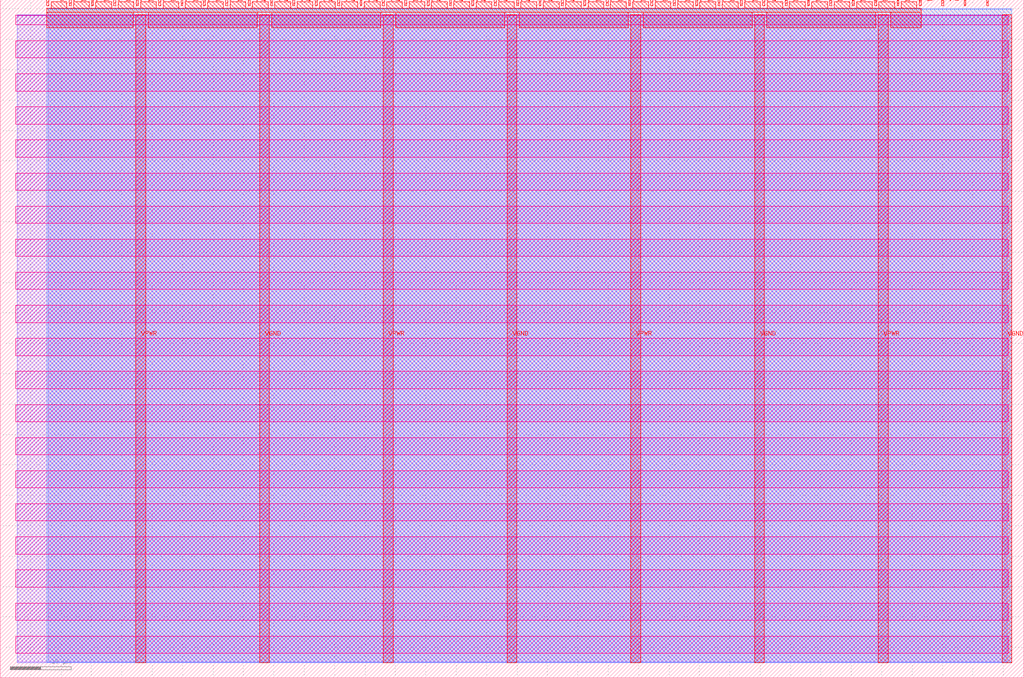
<source format=lef>
VERSION 5.7 ;
  NOWIREEXTENSIONATPIN ON ;
  DIVIDERCHAR "/" ;
  BUSBITCHARS "[]" ;
MACRO tt_um_wokwi_375174630101280769
  CLASS BLOCK ;
  FOREIGN tt_um_wokwi_375174630101280769 ;
  ORIGIN 0.000 0.000 ;
  SIZE 168.360 BY 111.520 ;
  PIN VGND
    DIRECTION INOUT ;
    USE GROUND ;
    PORT
      LAYER met4 ;
        RECT 42.670 2.480 44.270 109.040 ;
    END
    PORT
      LAYER met4 ;
        RECT 83.380 2.480 84.980 109.040 ;
    END
    PORT
      LAYER met4 ;
        RECT 124.090 2.480 125.690 109.040 ;
    END
    PORT
      LAYER met4 ;
        RECT 164.800 2.480 166.400 109.040 ;
    END
  END VGND
  PIN VPWR
    DIRECTION INOUT ;
    USE POWER ;
    PORT
      LAYER met4 ;
        RECT 22.315 2.480 23.915 109.040 ;
    END
    PORT
      LAYER met4 ;
        RECT 63.025 2.480 64.625 109.040 ;
    END
    PORT
      LAYER met4 ;
        RECT 103.735 2.480 105.335 109.040 ;
    END
    PORT
      LAYER met4 ;
        RECT 144.445 2.480 146.045 109.040 ;
    END
  END VPWR
  PIN clk
    DIRECTION INPUT ;
    USE SIGNAL ;
    PORT
      LAYER met4 ;
        RECT 158.550 110.520 158.850 111.520 ;
    END
  END clk
  PIN ena
    DIRECTION INPUT ;
    USE SIGNAL ;
    PORT
      LAYER met4 ;
        RECT 162.230 110.520 162.530 111.520 ;
    END
  END ena
  PIN rst_n
    DIRECTION INPUT ;
    USE SIGNAL ;
    PORT
      LAYER met4 ;
        RECT 154.870 110.520 155.170 111.520 ;
    END
  END rst_n
  PIN ui_in[0]
    DIRECTION INPUT ;
    USE SIGNAL ;
    ANTENNAGATEAREA 0.196500 ;
    PORT
      LAYER met4 ;
        RECT 151.190 110.520 151.490 111.520 ;
    END
  END ui_in[0]
  PIN ui_in[1]
    DIRECTION INPUT ;
    USE SIGNAL ;
    ANTENNAGATEAREA 0.196500 ;
    PORT
      LAYER met4 ;
        RECT 147.510 110.520 147.810 111.520 ;
    END
  END ui_in[1]
  PIN ui_in[2]
    DIRECTION INPUT ;
    USE SIGNAL ;
    ANTENNAGATEAREA 0.196500 ;
    PORT
      LAYER met4 ;
        RECT 143.830 110.520 144.130 111.520 ;
    END
  END ui_in[2]
  PIN ui_in[3]
    DIRECTION INPUT ;
    USE SIGNAL ;
    ANTENNAGATEAREA 0.196500 ;
    PORT
      LAYER met4 ;
        RECT 140.150 110.520 140.450 111.520 ;
    END
  END ui_in[3]
  PIN ui_in[4]
    DIRECTION INPUT ;
    USE SIGNAL ;
    ANTENNAGATEAREA 0.196500 ;
    PORT
      LAYER met4 ;
        RECT 136.470 110.520 136.770 111.520 ;
    END
  END ui_in[4]
  PIN ui_in[5]
    DIRECTION INPUT ;
    USE SIGNAL ;
    ANTENNAGATEAREA 0.196500 ;
    PORT
      LAYER met4 ;
        RECT 132.790 110.520 133.090 111.520 ;
    END
  END ui_in[5]
  PIN ui_in[6]
    DIRECTION INPUT ;
    USE SIGNAL ;
    ANTENNAGATEAREA 0.196500 ;
    PORT
      LAYER met4 ;
        RECT 129.110 110.520 129.410 111.520 ;
    END
  END ui_in[6]
  PIN ui_in[7]
    DIRECTION INPUT ;
    USE SIGNAL ;
    ANTENNAGATEAREA 0.196500 ;
    PORT
      LAYER met4 ;
        RECT 125.430 110.520 125.730 111.520 ;
    END
  END ui_in[7]
  PIN uio_in[0]
    DIRECTION INPUT ;
    USE SIGNAL ;
    PORT
      LAYER met4 ;
        RECT 121.750 110.520 122.050 111.520 ;
    END
  END uio_in[0]
  PIN uio_in[1]
    DIRECTION INPUT ;
    USE SIGNAL ;
    PORT
      LAYER met4 ;
        RECT 118.070 110.520 118.370 111.520 ;
    END
  END uio_in[1]
  PIN uio_in[2]
    DIRECTION INPUT ;
    USE SIGNAL ;
    PORT
      LAYER met4 ;
        RECT 114.390 110.520 114.690 111.520 ;
    END
  END uio_in[2]
  PIN uio_in[3]
    DIRECTION INPUT ;
    USE SIGNAL ;
    PORT
      LAYER met4 ;
        RECT 110.710 110.520 111.010 111.520 ;
    END
  END uio_in[3]
  PIN uio_in[4]
    DIRECTION INPUT ;
    USE SIGNAL ;
    PORT
      LAYER met4 ;
        RECT 107.030 110.520 107.330 111.520 ;
    END
  END uio_in[4]
  PIN uio_in[5]
    DIRECTION INPUT ;
    USE SIGNAL ;
    PORT
      LAYER met4 ;
        RECT 103.350 110.520 103.650 111.520 ;
    END
  END uio_in[5]
  PIN uio_in[6]
    DIRECTION INPUT ;
    USE SIGNAL ;
    PORT
      LAYER met4 ;
        RECT 99.670 110.520 99.970 111.520 ;
    END
  END uio_in[6]
  PIN uio_in[7]
    DIRECTION INPUT ;
    USE SIGNAL ;
    PORT
      LAYER met4 ;
        RECT 95.990 110.520 96.290 111.520 ;
    END
  END uio_in[7]
  PIN uio_oe[0]
    DIRECTION OUTPUT TRISTATE ;
    USE SIGNAL ;
    PORT
      LAYER met4 ;
        RECT 33.430 110.520 33.730 111.520 ;
    END
  END uio_oe[0]
  PIN uio_oe[1]
    DIRECTION OUTPUT TRISTATE ;
    USE SIGNAL ;
    PORT
      LAYER met4 ;
        RECT 29.750 110.520 30.050 111.520 ;
    END
  END uio_oe[1]
  PIN uio_oe[2]
    DIRECTION OUTPUT TRISTATE ;
    USE SIGNAL ;
    PORT
      LAYER met4 ;
        RECT 26.070 110.520 26.370 111.520 ;
    END
  END uio_oe[2]
  PIN uio_oe[3]
    DIRECTION OUTPUT TRISTATE ;
    USE SIGNAL ;
    PORT
      LAYER met4 ;
        RECT 22.390 110.520 22.690 111.520 ;
    END
  END uio_oe[3]
  PIN uio_oe[4]
    DIRECTION OUTPUT TRISTATE ;
    USE SIGNAL ;
    PORT
      LAYER met4 ;
        RECT 18.710 110.520 19.010 111.520 ;
    END
  END uio_oe[4]
  PIN uio_oe[5]
    DIRECTION OUTPUT TRISTATE ;
    USE SIGNAL ;
    PORT
      LAYER met4 ;
        RECT 15.030 110.520 15.330 111.520 ;
    END
  END uio_oe[5]
  PIN uio_oe[6]
    DIRECTION OUTPUT TRISTATE ;
    USE SIGNAL ;
    PORT
      LAYER met4 ;
        RECT 11.350 110.520 11.650 111.520 ;
    END
  END uio_oe[6]
  PIN uio_oe[7]
    DIRECTION OUTPUT TRISTATE ;
    USE SIGNAL ;
    PORT
      LAYER met4 ;
        RECT 7.670 110.520 7.970 111.520 ;
    END
  END uio_oe[7]
  PIN uio_out[0]
    DIRECTION OUTPUT TRISTATE ;
    USE SIGNAL ;
    PORT
      LAYER met4 ;
        RECT 62.870 110.520 63.170 111.520 ;
    END
  END uio_out[0]
  PIN uio_out[1]
    DIRECTION OUTPUT TRISTATE ;
    USE SIGNAL ;
    PORT
      LAYER met4 ;
        RECT 59.190 110.520 59.490 111.520 ;
    END
  END uio_out[1]
  PIN uio_out[2]
    DIRECTION OUTPUT TRISTATE ;
    USE SIGNAL ;
    PORT
      LAYER met4 ;
        RECT 55.510 110.520 55.810 111.520 ;
    END
  END uio_out[2]
  PIN uio_out[3]
    DIRECTION OUTPUT TRISTATE ;
    USE SIGNAL ;
    PORT
      LAYER met4 ;
        RECT 51.830 110.520 52.130 111.520 ;
    END
  END uio_out[3]
  PIN uio_out[4]
    DIRECTION OUTPUT TRISTATE ;
    USE SIGNAL ;
    PORT
      LAYER met4 ;
        RECT 48.150 110.520 48.450 111.520 ;
    END
  END uio_out[4]
  PIN uio_out[5]
    DIRECTION OUTPUT TRISTATE ;
    USE SIGNAL ;
    PORT
      LAYER met4 ;
        RECT 44.470 110.520 44.770 111.520 ;
    END
  END uio_out[5]
  PIN uio_out[6]
    DIRECTION OUTPUT TRISTATE ;
    USE SIGNAL ;
    PORT
      LAYER met4 ;
        RECT 40.790 110.520 41.090 111.520 ;
    END
  END uio_out[6]
  PIN uio_out[7]
    DIRECTION OUTPUT TRISTATE ;
    USE SIGNAL ;
    PORT
      LAYER met4 ;
        RECT 37.110 110.520 37.410 111.520 ;
    END
  END uio_out[7]
  PIN uo_out[0]
    DIRECTION OUTPUT TRISTATE ;
    USE SIGNAL ;
    ANTENNADIFFAREA 0.445500 ;
    PORT
      LAYER met4 ;
        RECT 92.310 110.520 92.610 111.520 ;
    END
  END uo_out[0]
  PIN uo_out[1]
    DIRECTION OUTPUT TRISTATE ;
    USE SIGNAL ;
    ANTENNADIFFAREA 0.795200 ;
    PORT
      LAYER met4 ;
        RECT 88.630 110.520 88.930 111.520 ;
    END
  END uo_out[1]
  PIN uo_out[2]
    DIRECTION OUTPUT TRISTATE ;
    USE SIGNAL ;
    ANTENNADIFFAREA 0.445500 ;
    PORT
      LAYER met4 ;
        RECT 84.950 110.520 85.250 111.520 ;
    END
  END uo_out[2]
  PIN uo_out[3]
    DIRECTION OUTPUT TRISTATE ;
    USE SIGNAL ;
    ANTENNADIFFAREA 0.795200 ;
    PORT
      LAYER met4 ;
        RECT 81.270 110.520 81.570 111.520 ;
    END
  END uo_out[3]
  PIN uo_out[4]
    DIRECTION OUTPUT TRISTATE ;
    USE SIGNAL ;
    ANTENNADIFFAREA 0.445500 ;
    PORT
      LAYER met4 ;
        RECT 77.590 110.520 77.890 111.520 ;
    END
  END uo_out[4]
  PIN uo_out[5]
    DIRECTION OUTPUT TRISTATE ;
    USE SIGNAL ;
    PORT
      LAYER met4 ;
        RECT 73.910 110.520 74.210 111.520 ;
    END
  END uo_out[5]
  PIN uo_out[6]
    DIRECTION OUTPUT TRISTATE ;
    USE SIGNAL ;
    PORT
      LAYER met4 ;
        RECT 70.230 110.520 70.530 111.520 ;
    END
  END uo_out[6]
  PIN uo_out[7]
    DIRECTION OUTPUT TRISTATE ;
    USE SIGNAL ;
    PORT
      LAYER met4 ;
        RECT 66.550 110.520 66.850 111.520 ;
    END
  END uo_out[7]
  OBS
      LAYER nwell ;
        RECT 2.570 107.385 165.790 108.990 ;
        RECT 2.570 101.945 165.790 104.775 ;
        RECT 2.570 96.505 165.790 99.335 ;
        RECT 2.570 91.065 165.790 93.895 ;
        RECT 2.570 85.625 165.790 88.455 ;
        RECT 2.570 80.185 165.790 83.015 ;
        RECT 2.570 74.745 165.790 77.575 ;
        RECT 2.570 69.305 165.790 72.135 ;
        RECT 2.570 63.865 165.790 66.695 ;
        RECT 2.570 58.425 165.790 61.255 ;
        RECT 2.570 52.985 165.790 55.815 ;
        RECT 2.570 47.545 165.790 50.375 ;
        RECT 2.570 42.105 165.790 44.935 ;
        RECT 2.570 36.665 165.790 39.495 ;
        RECT 2.570 31.225 165.790 34.055 ;
        RECT 2.570 25.785 165.790 28.615 ;
        RECT 2.570 20.345 165.790 23.175 ;
        RECT 2.570 14.905 165.790 17.735 ;
        RECT 2.570 9.465 165.790 12.295 ;
        RECT 2.570 4.025 165.790 6.855 ;
      LAYER li1 ;
        RECT 2.760 2.635 165.600 108.885 ;
      LAYER met1 ;
        RECT 2.760 2.480 166.400 109.040 ;
      LAYER met2 ;
        RECT 7.910 2.535 166.370 110.005 ;
      LAYER met3 ;
        RECT 7.630 2.555 166.390 109.985 ;
      LAYER met4 ;
        RECT 8.370 110.120 10.950 111.170 ;
        RECT 12.050 110.120 14.630 111.170 ;
        RECT 15.730 110.120 18.310 111.170 ;
        RECT 19.410 110.120 21.990 111.170 ;
        RECT 23.090 110.120 25.670 111.170 ;
        RECT 26.770 110.120 29.350 111.170 ;
        RECT 30.450 110.120 33.030 111.170 ;
        RECT 34.130 110.120 36.710 111.170 ;
        RECT 37.810 110.120 40.390 111.170 ;
        RECT 41.490 110.120 44.070 111.170 ;
        RECT 45.170 110.120 47.750 111.170 ;
        RECT 48.850 110.120 51.430 111.170 ;
        RECT 52.530 110.120 55.110 111.170 ;
        RECT 56.210 110.120 58.790 111.170 ;
        RECT 59.890 110.120 62.470 111.170 ;
        RECT 63.570 110.120 66.150 111.170 ;
        RECT 67.250 110.120 69.830 111.170 ;
        RECT 70.930 110.120 73.510 111.170 ;
        RECT 74.610 110.120 77.190 111.170 ;
        RECT 78.290 110.120 80.870 111.170 ;
        RECT 81.970 110.120 84.550 111.170 ;
        RECT 85.650 110.120 88.230 111.170 ;
        RECT 89.330 110.120 91.910 111.170 ;
        RECT 93.010 110.120 95.590 111.170 ;
        RECT 96.690 110.120 99.270 111.170 ;
        RECT 100.370 110.120 102.950 111.170 ;
        RECT 104.050 110.120 106.630 111.170 ;
        RECT 107.730 110.120 110.310 111.170 ;
        RECT 111.410 110.120 113.990 111.170 ;
        RECT 115.090 110.120 117.670 111.170 ;
        RECT 118.770 110.120 121.350 111.170 ;
        RECT 122.450 110.120 125.030 111.170 ;
        RECT 126.130 110.120 128.710 111.170 ;
        RECT 129.810 110.120 132.390 111.170 ;
        RECT 133.490 110.120 136.070 111.170 ;
        RECT 137.170 110.120 139.750 111.170 ;
        RECT 140.850 110.120 143.430 111.170 ;
        RECT 144.530 110.120 147.110 111.170 ;
        RECT 148.210 110.120 150.790 111.170 ;
        RECT 7.655 109.440 151.505 110.120 ;
        RECT 7.655 106.950 21.915 109.440 ;
        RECT 24.315 106.950 42.270 109.440 ;
        RECT 44.670 106.950 62.625 109.440 ;
        RECT 65.025 106.950 82.980 109.440 ;
        RECT 85.380 106.950 103.335 109.440 ;
        RECT 105.735 106.950 123.690 109.440 ;
        RECT 126.090 106.950 144.045 109.440 ;
        RECT 146.445 106.950 151.505 109.440 ;
  END
END tt_um_wokwi_375174630101280769
END LIBRARY


</source>
